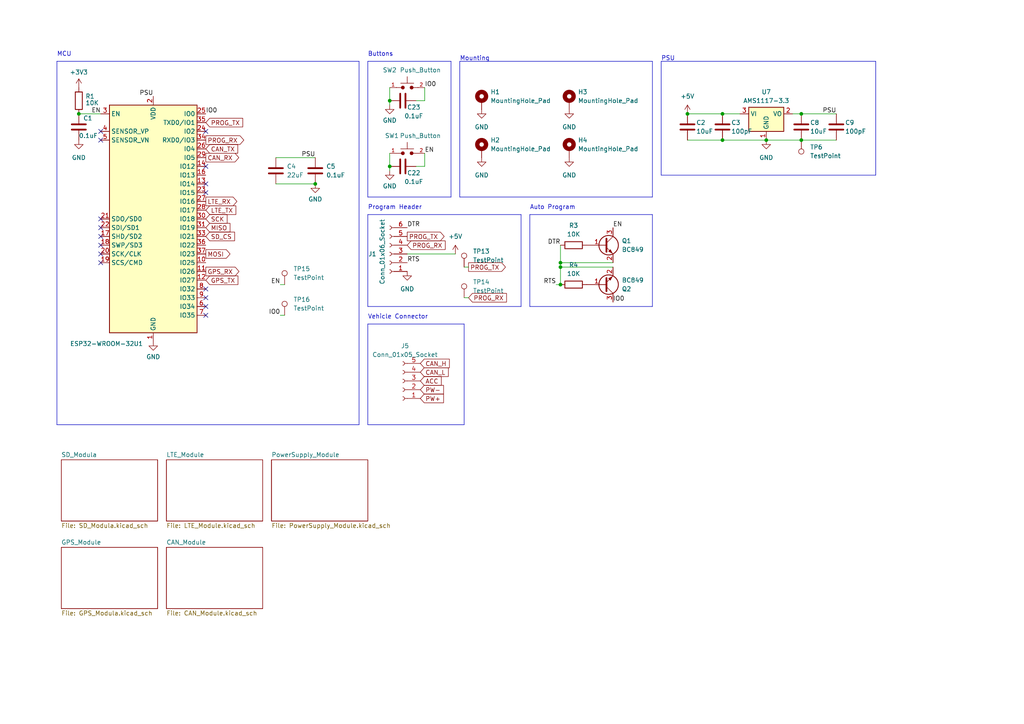
<source format=kicad_sch>
(kicad_sch (version 20231120) (generator "eeschema") (generator_version "8.0")
  (paper "A4")
  (lib_symbols
    (symbol "+5V_1" (power) (pin_numbers hide) (pin_names (offset 0) hide)
      (property "Value" "+5V" (at 0 3.556 0))
      (symbol "+5V_1_0_1"
        (polyline (pts (xy -0.762 1.27) (xy 0 2.54)))
        (polyline (pts (xy 0 0) (xy 0 2.54)))
        (polyline (pts (xy 0 2.54) (xy 0.762 1.27)))
      )
      (symbol "+5V_1_1_1"
        (pin power_in line (at 0 0 90) (length 0) (name "~") (number "1"))
      )
    )
    (symbol "Connector:Conn_01x05_Socket" (pin_names (offset 1.016) hide)
      (property "Reference" "J" (at 0 7.62 0))
      (property "Value" "Conn_01x05_Socket" (at 0 -7.62 0))
      (symbol "Conn_01x05_Socket_1_1"
        (arc (start 0 -4.572) (mid -0.5058 -5.08) (end 0 -5.588) (stroke (width 0.1524)))
        (arc (start 0 -2.032) (mid -0.5058 -2.54) (end 0 -3.048) (stroke (width 0.1524)))
        (polyline (pts (xy -1.27 -5.08) (xy -0.508 -5.08)) (stroke (width 0.1524)))
        (polyline (pts (xy -1.27 -2.54) (xy -0.508 -2.54)) (stroke (width 0.1524)))
        (polyline (pts (xy -1.27 0) (xy -0.508 0)) (stroke (width 0.1524)))
        (polyline (pts (xy -1.27 2.54) (xy -0.508 2.54)) (stroke (width 0.1524)))
        (polyline (pts (xy -1.27 5.08) (xy -0.508 5.08)) (stroke (width 0.1524)))
        (arc (start 0 0.508) (mid -0.5058 0) (end 0 -0.508) (stroke (width 0.1524)))
        (arc (start 0 3.048) (mid -0.5058 2.54) (end 0 2.032) (stroke (width 0.1524)))
        (arc (start 0 5.588) (mid -0.5058 5.08) (end 0 4.572) (stroke (width 0.1524)))
        (pin passive line (at -5.08 5.08 0) (length 3.81) (name "Pin_1") (number "1"))
        (pin passive line (at -5.08 2.54 0) (length 3.81) (name "Pin_2") (number "2"))
        (pin passive line (at -5.08 0 0) (length 3.81) (name "Pin_3") (number "3"))
        (pin passive line (at -5.08 -2.54 0) (length 3.81) (name "Pin_4") (number "4"))
        (pin passive line (at -5.08 -5.08 0) (length 3.81) (name "Pin_5") (number "5"))
      )
    )
    (symbol "Connector:Conn_01x06_Socket" (pin_names (offset 1.016) hide)
      (property "Reference" "J" (at 0 7.62 0))
      (property "Value" "Conn_01x06_Socket" (at 0 -10.16 0))
      (symbol "Conn_01x06_Socket_1_1"
        (arc (start 0 -7.112) (mid -0.5058 -7.62) (end 0 -8.128) (stroke (width 0.1524)))
        (arc (start 0 -4.572) (mid -0.5058 -5.08) (end 0 -5.588) (stroke (width 0.1524)))
        (arc (start 0 -2.032) (mid -0.5058 -2.54) (end 0 -3.048) (stroke (width 0.1524)))
        (polyline (pts (xy -1.27 -7.62) (xy -0.508 -7.62)) (stroke (width 0.1524)))
        (polyline (pts (xy -1.27 -5.08) (xy -0.508 -5.08)) (stroke (width 0.1524)))
        (polyline (pts (xy -1.27 -2.54) (xy -0.508 -2.54)) (stroke (width 0.1524)))
        (polyline (pts (xy -1.27 0) (xy -0.508 0)) (stroke (width 0.1524)))
        (polyline (pts (xy -1.27 2.54) (xy -0.508 2.54)) (stroke (width 0.1524)))
        (polyline (pts (xy -1.27 5.08) (xy -0.508 5.08)) (stroke (width 0.1524)))
        (arc (start 0 0.508) (mid -0.5058 0) (end 0 -0.508) (stroke (width 0.1524)))
        (arc (start 0 3.048) (mid -0.5058 2.54) (end 0 2.032) (stroke (width 0.1524)))
        (arc (start 0 5.588) (mid -0.5058 5.08) (end 0 4.572) (stroke (width 0.1524)))
        (pin passive line (at -5.08 5.08 0) (length 3.81) (name "Pin_1") (number "1"))
        (pin passive line (at -5.08 2.54 0) (length 3.81) (name "Pin_2") (number "2"))
        (pin passive line (at -5.08 0 0) (length 3.81) (name "Pin_3") (number "3"))
        (pin passive line (at -5.08 -2.54 0) (length 3.81) (name "Pin_4") (number "4"))
        (pin passive line (at -5.08 -5.08 0) (length 3.81) (name "Pin_5") (number "5"))
        (pin passive line (at -5.08 -7.62 0) (length 3.81) (name "Pin_6") (number "6"))
      )
    )
    (symbol "Connector:TestPoint" (pin_numbers hide) (pin_names (offset 0.762) hide)
      (property "Reference" "TP" (at 0 6.858 0))
      (property "Value" "TestPoint" (at 0 5.08 0))
      (symbol "TestPoint_0_1"
        (circle (center 0 3.302) (radius 0.762))
      )
      (symbol "TestPoint_1_1"
        (pin passive line (at 0 0 90) (length 2.54) (name "1") (number "1"))
      )
    )
    (symbol "Device:C" (pin_numbers hide) (pin_names (offset 0.254))
      (property "Reference" "C" (at 0.635 2.54 0))
      (property "Value" "C" (at 0.635 -2.54 0))
      (symbol "C_0_1"
        (polyline (pts (xy -2.032 -0.762) (xy 2.032 -0.762)) (stroke (width 0.508)))
        (polyline (pts (xy -2.032 0.762) (xy 2.032 0.762)) (stroke (width 0.508)))
      )
      (symbol "C_1_1"
        (pin passive line (at 0 3.81 270) (length 2.794) (name "~") (number "1"))
        (pin passive line (at 0 -3.81 90) (length 2.794) (name "~") (number "2"))
      )
    )
    (symbol "Device:R" (pin_numbers hide) (pin_names (offset 0))
      (property "Reference" "R" (at 2.032 0 90))
      (property "Value" "R" (at 0 0 90))
      (symbol "R_0_1"
        (rectangle (start -1.016 -2.54) (end 1.016 2.54) (stroke (width 0.254)))
      )
      (symbol "R_1_1"
        (pin passive line (at 0 3.81 270) (length 1.27) (name "~") (number "1"))
        (pin passive line (at 0 -3.81 90) (length 1.27) (name "~") (number "2"))
      )
    )
    (symbol "GND_1" (power) (pin_numbers hide) (pin_names (offset 0) hide)
      (property "Value" "GND" (at 0 -3.81 0))
      (symbol "GND_1_0_1"
        (polyline (pts (xy 0 0) (xy 0 -1.27) (xy 1.27 -1.27) (xy 0 -2.54) (xy -1.27 -1.27) (xy 0 -1.27)))
      )
      (symbol "GND_1_1_1"
        (pin power_in line (at 0 0 270) (length 0) (name "~") (number "1"))
      )
    )
    (symbol "GND_2" (power) (pin_numbers hide) (pin_names (offset 0) hide)
      (property "Value" "GND" (at 0 -3.81 0))
      (symbol "GND_2_0_1"
        (polyline (pts (xy 0 0) (xy 0 -1.27) (xy 1.27 -1.27) (xy 0 -2.54) (xy -1.27 -1.27) (xy 0 -1.27)))
      )
      (symbol "GND_2_1_1"
        (pin power_in line (at 0 0 270) (length 0) (name "~") (number "1"))
      )
    )
    (symbol "Mechanical:MountingHole_Pad" (pin_numbers hide) (pin_names (offset 1.016) hide) (exclude_from_sim yes) (in_bom no)
      (property "Reference" "H" (at 0 6.35 0))
      (property "Value" "MountingHole_Pad" (at 0 4.445 0))
      (symbol "MountingHole_Pad_0_1"
        (circle (center 0 1.27) (radius 1.27) (stroke (width 1.27)))
      )
      (symbol "MountingHole_Pad_1_1"
        (pin input line (at 0 -2.54 90) (length 2.54) (name "1") (number "1"))
      )
    )
    (symbol "PCM_SL_Devices:Push_Button"
      (property "Reference" "SW" (at 0 6.35 0))
      (property "Value" "Push_Button" (at 0 4.445 0))
      (symbol "Push_Button_0_1"
        (circle (center -1.27 0) (radius 0.4579) (fill (type outline)))
        (polyline (pts (xy -3.175 0) (xy -1.778 0)))
        (polyline (pts (xy -1.905 1.27) (xy 1.905 1.27)))
        (polyline (pts (xy 0 1.27) (xy 0 3.175)))
        (polyline (pts (xy 1.778 0) (xy 3.175 0)))
        (circle (center 1.27 0) (radius 0.4579) (fill (type outline)))
      )
      (symbol "Push_Button_1_1"
        (pin passive line (at -5.08 0 0) (length 2) (name "") (number "1"))
        (pin passive line (at 5.08 0 180) (length 2) (name "") (number "2"))
      )
    )
    (symbol "RF_Module:ESP32-WROOM-32"
      (property "Reference" "U" (at -12.7 34.29 0))
      (property "Value" "ESP32-WROOM-32" (at 1.27 34.29 0))
      (symbol "ESP32-WROOM-32_0_1"
        (rectangle (start -12.7 33.02) (end 12.7 -33.02) (stroke (width 0.254)) (fill (type background)))
      )
      (symbol "ESP32-WROOM-32_1_1"
        (pin power_in line (at 0 -35.56 90) (length 2.54) (name "GND") (number "1"))
        (pin bidirectional line (at 15.24 -12.7 180) (length 2.54) (name "IO25") (number "10"))
        (pin bidirectional line (at 15.24 -15.24 180) (length 2.54) (name "IO26") (number "11"))
        (pin bidirectional line (at 15.24 -17.78 180) (length 2.54) (name "IO27") (number "12"))
        (pin bidirectional line (at 15.24 10.16 180) (length 2.54) (name "IO14") (number "13"))
        (pin bidirectional line (at 15.24 15.24 180) (length 2.54) (name "IO12") (number "14"))
        (pin passive line (at 0 -35.56 90) (length 2.54) hide (name "GND") (number "15"))
        (pin bidirectional line (at 15.24 12.7 180) (length 2.54) (name "IO13") (number "16"))
        (pin bidirectional line (at -15.24 -5.08 0) (length 2.54) (name "SHD/SD2") (number "17"))
        (pin bidirectional line (at -15.24 -7.62 0) (length 2.54) (name "SWP/SD3") (number "18"))
        (pin bidirectional line (at -15.24 -12.7 0) (length 2.54) (name "SCS/CMD") (number "19"))
        (pin power_in line (at 0 35.56 270) (length 2.54) (name "VDD") (number "2"))
        (pin bidirectional line (at -15.24 -10.16 0) (length 2.54) (name "SCK/CLK") (number "20"))
        (pin bidirectional line (at -15.24 0 0) (length 2.54) (name "SDO/SD0") (number "21"))
        (pin bidirectional line (at -15.24 -2.54 0) (length 2.54) (name "SDI/SD1") (number "22"))
        (pin bidirectional line (at 15.24 7.62 180) (length 2.54) (name "IO15") (number "23"))
        (pin bidirectional line (at 15.24 25.4 180) (length 2.54) (name "IO2") (number "24"))
        (pin bidirectional line (at 15.24 30.48 180) (length 2.54) (name "IO0") (number "25"))
        (pin bidirectional line (at 15.24 20.32 180) (length 2.54) (name "IO4") (number "26"))
        (pin bidirectional line (at 15.24 5.08 180) (length 2.54) (name "IO16") (number "27"))
        (pin bidirectional line (at 15.24 2.54 180) (length 2.54) (name "IO17") (number "28"))
        (pin bidirectional line (at 15.24 17.78 180) (length 2.54) (name "IO5") (number "29"))
        (pin input line (at -15.24 30.48 0) (length 2.54) (name "EN") (number "3"))
        (pin bidirectional line (at 15.24 0 180) (length 2.54) (name "IO18") (number "30"))
        (pin bidirectional line (at 15.24 -2.54 180) (length 2.54) (name "IO19") (number "31"))
        (pin no_connect line (at -12.7 -27.94 0) (length 2.54) hide (name "NC") (number "32"))
        (pin bidirectional line (at 15.24 -5.08 180) (length 2.54) (name "IO21") (number "33"))
        (pin bidirectional line (at 15.24 22.86 180) (length 2.54) (name "RXD0/IO3") (number "34"))
        (pin bidirectional line (at 15.24 27.94 180) (length 2.54) (name "TXD0/IO1") (number "35"))
        (pin bidirectional line (at 15.24 -7.62 180) (length 2.54) (name "IO22") (number "36"))
        (pin bidirectional line (at 15.24 -10.16 180) (length 2.54) (name "IO23") (number "37"))
        (pin passive line (at 0 -35.56 90) (length 2.54) hide (name "GND") (number "38"))
        (pin passive line (at 0 -35.56 90) (length 2.54) hide (name "GND") (number "39"))
        (pin input line (at -15.24 25.4 0) (length 2.54) (name "SENSOR_VP") (number "4"))
        (pin input line (at -15.24 22.86 0) (length 2.54) (name "SENSOR_VN") (number "5"))
        (pin input line (at 15.24 -25.4 180) (length 2.54) (name "IO34") (number "6"))
        (pin input line (at 15.24 -27.94 180) (length 2.54) (name "IO35") (number "7"))
        (pin bidirectional line (at 15.24 -20.32 180) (length 2.54) (name "IO32") (number "8"))
        (pin bidirectional line (at 15.24 -22.86 180) (length 2.54) (name "IO33") (number "9"))
      )
    )
    (symbol "Regulator_Linear:AMS1117-3.3"
      (property "Reference" "U" (at -3.81 3.175 0))
      (property "Value" "AMS1117-3.3" (at 0 3.175 0))
      (symbol "AMS1117-3.3_0_1"
        (rectangle (start -5.08 -5.08) (end 5.08 1.905) (stroke (width 0.254)) (fill (type background)))
      )
      (symbol "AMS1117-3.3_1_1"
        (pin power_in line (at 0 -7.62 90) (length 2.54) (name "GND") (number "1"))
        (pin power_out line (at 7.62 0 180) (length 2.54) (name "VO") (number "2"))
        (pin power_in line (at -7.62 0 0) (length 2.54) (name "VI") (number "3"))
      )
    )
    (symbol "Transistor_BJT:BC849" (pin_names (offset 0) hide)
      (property "Reference" "Q" (at 5.08 1.905 0))
      (property "Value" "BC849" (at 5.08 0 0))
      (symbol "BC849_0_1"
        (polyline (pts (xy 0.635 0.635) (xy 2.54 2.54)))
        (polyline (pts (xy 0.635 -0.635) (xy 2.54 -2.54) (xy 2.54 -2.54)))
        (polyline (pts (xy 0.635 1.905) (xy 0.635 -1.905) (xy 0.635 -1.905)) (stroke (width 0.508)))
        (polyline (pts (xy 1.27 -1.778) (xy 1.778 -1.27) (xy 2.286 -2.286) (xy 1.27 -1.778) (xy 1.27 -1.778)) (fill (type outline)))
        (circle (center 1.27 0) (radius 2.8194) (stroke (width 0.254)))
      )
      (symbol "BC849_1_1"
        (pin input line (at -5.08 0 0) (length 5.715) (name "B") (number "1"))
        (pin passive line (at 2.54 -5.08 90) (length 2.54) (name "E") (number "2"))
        (pin passive line (at 2.54 5.08 270) (length 2.54) (name "C") (number "3"))
      )
    )
    (symbol "power:+3V3" (power) (pin_names (offset 0))
      (property "Value" "+3V3" (at 0 3.556 0))
      (symbol "+3V3_0_1"
        (polyline (pts (xy -0.762 1.27) (xy 0 2.54)))
        (polyline (pts (xy 0 0) (xy 0 2.54)))
        (polyline (pts (xy 0 2.54) (xy 0.762 1.27)))
      )
      (symbol "+3V3_1_1"
        (pin power_in line (at 0 0 90) (length 0) hide (name "+3V3") (number "1"))
      )
    )
    (symbol "power:+5V" (power) (pin_names (offset 0))
      (property "Value" "+5V" (at 0 3.556 0))
      (symbol "+5V_0_1"
        (polyline (pts (xy -0.762 1.27) (xy 0 2.54)))
        (polyline (pts (xy 0 0) (xy 0 2.54)))
        (polyline (pts (xy 0 2.54) (xy 0.762 1.27)))
      )
      (symbol "+5V_1_1"
        (pin power_in line (at 0 0 90) (length 0) hide (name "+5V") (number "1"))
      )
    )
    (symbol "power:GND" (power) (pin_names (offset 0))
      (property "Value" "GND" (at 0 -3.81 0))
      (symbol "GND_0_1"
        (polyline (pts (xy 0 0) (xy 0 -1.27) (xy 1.27 -1.27) (xy 0 -2.54) (xy -1.27 -1.27) (xy 0 -1.27)))
      )
      (symbol "GND_1_1"
        (pin power_in line (at 0 0 270) (length 0) hide (name "GND") (number "1"))
      )
    )
  )
  (junction (at 162.56 76.2))
  (junction (at 162.56 82.55))
  (junction (at 209.55 33.02))
  (junction (at 91.44 53.34))
  (junction (at 199.39 33.02))
  (junction (at 232.41 33.02))
  (junction (at 222.25 40.64))
  (junction (at 232.41 40.64))
  (junction (at 209.55 40.64))
  (junction (at 22.86 33.02))
  (junction (at 162.56 77.47))
  (junction (at 113.03 48.26))
  (junction (at 113.03 29.21))
  (no_connect (at 29.21 73.66))
  (no_connect (at 59.69 83.82))
  (no_connect (at 59.69 48.26))
  (no_connect (at 59.69 86.36))
  (no_connect (at 29.21 71.12))
  (no_connect (at 59.69 55.88))
  (no_connect (at 29.21 63.5))
  (no_connect (at 59.69 38.1))
  (no_connect (at 29.21 38.1))
  (no_connect (at 59.69 53.34))
  (no_connect (at 29.21 76.2))
  (no_connect (at 29.21 40.64))
  (no_connect (at 59.69 88.9))
  (no_connect (at 59.69 91.44))
  (no_connect (at 29.21 68.58))
  (no_connect (at 29.21 66.04))
  (polyline (pts (xy 16.51 123.19) (xy 104.14 123.19)) (stroke (width 0) (type solid)))
  (polyline (pts (xy 104.14 123.19) (xy 104.14 17.78)) (stroke (width 0) (type solid)))
  (wire (pts (xy 22.86 33.02) (xy 29.21 33.02)))
  (wire (pts (xy 162.56 77.47) (xy 177.8 77.47)))
  (polyline (pts (xy 106.68 17.78) (xy 106.68 57.15)) (stroke (width 0) (type solid)))
  (polyline (pts (xy 254 50.8) (xy 254 17.78)) (stroke (width 0) (type solid)))
  (polyline (pts (xy 106.68 62.23) (xy 106.68 88.9)) (stroke (width 0) (type solid)))
  (polyline (pts (xy 106.68 62.23) (xy 151.13 62.23)) (stroke (width 0) (type solid)))
  (wire (pts (xy 162.56 71.12) (xy 162.56 76.2)))
  (wire (pts (xy 81.28 91.44) (xy 82.55 91.44)))
  (polyline (pts (xy 106.68 93.98) (xy 106.68 123.19)) (stroke (width 0) (type solid)))
  (wire (pts (xy 199.39 40.64) (xy 209.55 40.64)))
  (wire (pts (xy 123.19 48.26) (xy 120.65 48.26)))
  (polyline (pts (xy 106.68 93.98) (xy 134.62 93.98)) (stroke (width 0) (type solid)))
  (polyline (pts (xy 134.62 123.19) (xy 134.62 93.98)) (stroke (width 0) (type solid)))
  (wire (pts (xy 123.19 29.21) (xy 120.65 29.21)))
  (wire (pts (xy 209.55 33.02) (xy 214.63 33.02)))
  (polyline (pts (xy 191.77 17.78) (xy 191.77 50.8)) (stroke (width 0) (type solid)))
  (wire (pts (xy 134.62 86.36) (xy 135.89 86.36)))
  (wire (pts (xy 132.08 73.66) (xy 118.11 73.66)))
  (polyline (pts (xy 133.35 17.78) (xy 133.35 57.15)) (stroke (width 0) (type solid)))
  (polyline (pts (xy 153.67 62.23) (xy 153.67 88.9)) (stroke (width 0) (type solid)))
  (polyline (pts (xy 189.23 57.15) (xy 189.23 17.78)) (stroke (width 0) (type solid)))
  (wire (pts (xy 123.19 25.4) (xy 123.19 29.21)))
  (wire (pts (xy 113.03 48.26) (xy 113.03 49.53)))
  (polyline (pts (xy 106.68 123.19) (xy 134.62 123.19)) (stroke (width 0) (type solid)))
  (polyline (pts (xy 130.81 57.15) (xy 130.81 17.78)) (stroke (width 0) (type solid)))
  (polyline (pts (xy 106.68 57.15) (xy 130.81 57.15)) (stroke (width 0) (type solid)))
  (polyline (pts (xy 106.68 88.9) (xy 151.13 88.9)) (stroke (width 0) (type solid)))
  (wire (pts (xy 229.87 33.02) (xy 232.41 33.02)))
  (wire (pts (xy 162.56 76.2) (xy 177.8 76.2)))
  (wire (pts (xy 113.03 25.4) (xy 113.03 29.21)))
  (wire (pts (xy 134.62 77.47) (xy 135.89 77.47)))
  (wire (pts (xy 199.39 33.02) (xy 209.55 33.02)))
  (polyline (pts (xy 191.77 17.78) (xy 254 17.78)) (stroke (width 0) (type solid)))
  (polyline (pts (xy 133.35 17.78) (xy 189.23 17.78)) (stroke (width 0) (type solid)))
  (polyline (pts (xy 191.77 50.8) (xy 254 50.8)) (stroke (width 0) (type solid)))
  (wire (pts (xy 113.03 29.21) (xy 113.03 30.48)))
  (wire (pts (xy 222.25 40.64) (xy 232.41 40.64)))
  (wire (pts (xy 123.19 44.45) (xy 123.19 48.26)))
  (polyline (pts (xy 16.51 17.78) (xy 104.14 17.78)) (stroke (width 0) (type solid)))
  (polyline (pts (xy 153.67 62.23) (xy 189.23 62.23)) (stroke (width 0) (type solid)))
  (wire (pts (xy 232.41 33.02) (xy 242.57 33.02)))
  (wire (pts (xy 209.55 40.64) (xy 222.25 40.64)))
  (wire (pts (xy 81.28 82.55) (xy 82.55 82.55)))
  (polyline (pts (xy 106.68 17.78) (xy 130.81 17.78)) (stroke (width 0) (type solid)))
  (wire (pts (xy 80.01 53.34) (xy 91.44 53.34)))
  (polyline (pts (xy 189.23 88.9) (xy 189.23 62.23)) (stroke (width 0) (type solid)))
  (polyline (pts (xy 153.67 88.9) (xy 189.23 88.9)) (stroke (width 0) (type solid)))
  (polyline (pts (xy 16.51 17.78) (xy 16.51 123.19)) (stroke (width 0) (type solid)))
  (wire (pts (xy 162.56 76.2) (xy 162.56 77.47)))
  (polyline (pts (xy 133.35 57.15) (xy 189.23 57.15)) (stroke (width 0) (type solid)))
  (wire (pts (xy 113.03 44.45) (xy 113.03 48.26)))
  (wire (pts (xy 162.56 77.47) (xy 162.56 82.55)))
  (wire (pts (xy 80.01 45.72) (xy 91.44 45.72)))
  (wire (pts (xy 232.41 40.64) (xy 242.57 40.64)))
  (polyline (pts (xy 151.13 88.9) (xy 151.13 62.23)) (stroke (width 0) (type solid)))
  (wire (pts (xy 161.29 82.55) (xy 162.56 82.55)))
  (text "Buttons" (at 106.68 16.51 0) (effects (font (size 1.27 1.27)) (justify left bottom)))
  (text "Auto Program" (at 153.67 60.96 0) (effects (font (size 1.27 1.27)) (justify left bottom)))
  (text "Vehicle Connector" (at 106.68 92.71 0) (effects (font (size 1.27 1.27)) (justify left bottom)))
  (text "PSU" (at 191.77 17.78 0) (effects (font (size 1.27 1.27)) (justify left bottom)))
  (text "Mounting" (at 133.35 17.78 0) (effects (font (size 1.27 1.27)) (justify left bottom)))
  (text "Program Header" (at 106.68 60.96 0) (effects (font (size 1.27 1.27)) (justify left bottom)))
  (text "MCU" (at 16.51 16.51 0) (effects (font (size 1.27 1.27)) (justify left bottom)))
  (label "IO0" (at 81.28 91.44 180))
  (label "PSU" (at 44.45 27.94 180))
  (label "RTS" (at 161.29 82.55 180))
  (label "EN" (at 81.28 82.55 180))
  (label "DTR" (at 162.56 71.12 180))
  (label "IO0" (at 59.69 33.02 0))
  (label "PSU" (at 242.57 33.02 180))
  (label "IO0" (at 123.19 25.4 0))
  (label "EN" (at 29.21 33.02 180))
  (label "DTR" (at 118.11 66.04 0))
  (label "EN" (at 123.19 44.45 0))
  (label "EN" (at 177.8 66.04 0))
  (label "IO0" (at 177.8 87.63 0))
  (label "PSU" (at 91.44 45.72 180))
  (label "RTS" (at 118.11 76.2 0))
  (global_label "PROG_RX" (shape output) (at 59.69 40.64 0) (property "Intersheetrefs" "${INTERSHEET_REFS}" (effects (hide yes))))
  (global_label "PROG_TX" (shape input) (at 59.69 35.56 0) (property "Intersheetrefs" "${INTERSHEET_REFS}" (effects (hide yes))))
  (global_label "PROG_TX" (shape output) (at 118.11 68.58 0) (property "Intersheetrefs" "${INTERSHEET_REFS}" (effects (hide yes))))
  (global_label "CAN_L" (shape input) (at 121.92 107.95 0) (property "Intersheetrefs" "${INTERSHEET_REFS}" (effects (hide yes))))
  (global_label "PROG_TX" (shape output) (at 135.89 77.47 0) (property "Intersheetrefs" "${INTERSHEET_REFS}" (effects (hide yes))))
  (global_label "CAN_H" (shape input) (at 121.92 105.41 0) (property "Intersheetrefs" "${INTERSHEET_REFS}" (effects (hide yes))))
  (global_label "LTE_RX" (shape output) (at 59.69 58.42 0) (property "Intersheetrefs" "${INTERSHEET_REFS}" (effects (hide yes))))
  (global_label "PROG_RX" (shape input) (at 135.89 86.36 0) (property "Intersheetrefs" "${INTERSHEET_REFS}" (effects (hide yes))))
  (global_label "SCK" (shape input) (at 59.69 63.5 0) (property "Intersheetrefs" "${INTERSHEET_REFS}" (effects (hide yes))))
  (global_label "PW+" (shape input) (at 121.92 115.57 0) (property "Intersheetrefs" "${INTERSHEET_REFS}" (effects (hide yes))))
  (global_label "PW-" (shape input) (at 121.92 113.03 0) (property "Intersheetrefs" "${INTERSHEET_REFS}" (effects (hide yes))))
  (global_label "LTE_TX" (shape input) (at 59.69 60.96 0) (property "Intersheetrefs" "${INTERSHEET_REFS}" (effects (hide yes))))
  (global_label "GPS_RX" (shape output) (at 59.69 78.74 0) (property "Intersheetrefs" "${INTERSHEET_REFS}" (effects (hide yes))))
  (global_label "ACC" (shape input) (at 121.92 110.49 0) (property "Intersheetrefs" "${INTERSHEET_REFS}" (effects (hide yes))))
  (global_label "CAN_TX" (shape input) (at 59.69 43.18 0) (property "Intersheetrefs" "${INTERSHEET_REFS}" (effects (hide yes))))
  (global_label "CAN_RX" (shape output) (at 59.69 45.72 0) (property "Intersheetrefs" "${INTERSHEET_REFS}" (effects (hide yes))))
  (global_label "SD_CS" (shape input) (at 59.69 68.58 0) (property "Intersheetrefs" "${INTERSHEET_REFS}" (effects (hide yes))))
  (global_label "PROG_RX" (shape input) (at 118.11 71.12 0) (property "Intersheetrefs" "${INTERSHEET_REFS}" (effects (hide yes))))
  (global_label "MOSI" (shape output) (at 59.69 73.66 0) (property "Intersheetrefs" "${INTERSHEET_REFS}" (effects (hide yes))))
  (global_label "GPS_TX" (shape input) (at 59.69 81.28 0) (property "Intersheetrefs" "${INTERSHEET_REFS}" (effects (hide yes))))
  (global_label "MISO" (shape input) (at 59.69 66.04 0) (property "Intersheetrefs" "${INTERSHEET_REFS}" (effects (hide yes))))
  (symbol (lib_id "Connector:TestPoint") (at 134.62 77.47 0) (unit 1)
    (property "Reference" "TP13" (at 137.16 72.8979 0) (effects (justify left)))
    (property "Value" "TestPoint" (at 137.16 75.4379 0) (effects (justify left)))
    (property "Footprint" "TestPoint:TestPoint_Pad_D2.5mm" (effects (hide yes)))
    (property "Description" "test point" (effects (hide yes)))
  )
  (symbol (lib_name "GND_1") (lib_id "power:GND") (at 165.1 45.72 0) (unit 1)
    (property "Reference" "#PWR033" (effects (hide yes)))
    (property "Value" "GND" (at 165.1 50.8 0))
    (property "Description" "Power symbol creates a global label with name \"GND\" , ground" (effects (hide yes)))
  )
  (symbol (lib_id "power:GND") (at 22.86 40.64 0) (unit 1)
    (property "Reference" "#PWR02" (effects (hide yes)))
    (property "Value" "GND" (at 22.86 45.72 0))
  )
  (symbol (lib_name "GND_1") (lib_id "power:GND") (at 139.7 31.75 0) (unit 1)
    (property "Reference" "#PWR026" (effects (hide yes)))
    (property "Value" "GND" (at 139.7 36.83 0))
    (property "Description" "Power symbol creates a global label with name \"GND\" , ground" (effects (hide yes)))
  )
  (symbol (lib_name "+5V_1") (lib_id "power:+5V") (at 199.39 33.02 0) (unit 1)
    (property "Reference" "#PWR022" (effects (hide yes)))
    (property "Value" "+5V" (at 199.39 27.94 0))
    (property "Description" "Power symbol creates a global label with name \"+5V\"" (effects (hide yes)))
  )
  (symbol (lib_id "Device:C") (at 22.86 36.83 0) (unit 1)
    (property "Reference" "C1" (at 24.13 34.29 0) (effects (justify left)))
    (property "Value" "0.1uF" (at 22.86 39.37 0) (effects (justify left)))
  )
  (symbol (lib_id "Mechanical:MountingHole_Pad") (at 165.1 29.21 0) (unit 1) (exclude_from_sim yes) (in_bom no)
    (property "Reference" "H3" (at 167.64 26.6699 0) (effects (justify left)))
    (property "Value" "MountingHole_Pad" (at 167.64 29.2099 0) (effects (justify left)))
    (property "Footprint" "MountingHole:MountingHole_3.2mm_M3_DIN965_Pad" (effects (hide yes)))
    (property "Description" "Mounting Hole with connection" (effects (hide yes)))
  )
  (symbol (lib_id "power:GND") (at 44.45 99.06 0) (unit 1)
    (property "Reference" "#PWR04" (effects (hide yes)))
    (property "Value" "GND" (at 44.45 103.505 0))
  )
  (symbol (lib_id "power:GND") (at 118.11 78.74 0) (unit 1)
    (property "Reference" "#PWR03" (effects (hide yes)))
    (property "Value" "GND" (at 118.11 83.82 0))
  )
  (symbol (lib_id "power:GND") (at 91.44 53.34 0) (unit 1)
    (property "Reference" "#PWR08" (effects (hide yes)))
    (property "Value" "GND" (at 91.44 57.785 0))
  )
  (symbol (lib_id "Device:C") (at 242.57 36.83 0) (unit 1)
    (property "Reference" "C9" (at 245.11 35.56 0) (effects (justify left)))
    (property "Value" "100pF" (at 245.11 38.1 0) (effects (justify left)))
    (property "Description" "Unpolarized capacitor" (effects (hide yes)))
  )
  (symbol (lib_id "Device:R") (at 166.37 82.55 90) (unit 1)
    (property "Reference" "R4" (at 166.37 76.835 90))
    (property "Value" "10K" (at 166.37 79.375 90))
    (property "Footprint" "Resistor_SMD:R_0603_1608Metric" (effects (hide yes)))
  )
  (symbol (lib_id "Device:R") (at 166.37 71.12 90) (unit 1)
    (property "Reference" "R3" (at 166.37 65.405 90))
    (property "Value" "10K" (at 166.37 67.945 90))
    (property "Footprint" "Resistor_SMD:R_0603_1608Metric" (effects (hide yes)))
  )
  (symbol (lib_id "power:+5V") (at 132.08 73.66 0) (mirror y) (unit 1)
    (property "Reference" "#PWR05" (effects (hide yes)))
    (property "Value" "+5V" (at 132.08 68.58 0))
  )
  (symbol (lib_id "power:+3V3") (at 22.86 25.4 0) (unit 1)
    (property "Reference" "#PWR01" (effects (hide yes)))
    (property "Value" "+3V3" (at 22.86 20.955 0))
  )
  (symbol (lib_id "Transistor_BJT:BC849") (at 175.26 71.12 0) (unit 1)
    (property "Reference" "Q1" (at 180.34 69.85 0) (effects (justify left)))
    (property "Value" "BC849" (at 180.34 72.39 0) (effects (justify left)))
    (property "Footprint" "Package_TO_SOT_SMD:SOT-23" (effects (hide yes)))
    (property "Datasheet" "http://www.infineon.com/dgdl/Infineon-BC847SERIES_BC848SERIES_BC849SERIES_BC850SERIES-DS-v01_01-en.pdf?fileId=db3a304314dca389011541d4630a1657" (effects (hide yes)))
  )
  (symbol (lib_id "Device:C") (at 209.55 36.83 0) (unit 1)
    (property "Reference" "C3" (at 212.09 35.56 0) (effects (justify left)))
    (property "Value" "100pF" (at 212.09 38.1 0) (effects (justify left)))
    (property "Description" "Unpolarized capacitor" (effects (hide yes)))
  )
  (symbol (lib_id "power:GND") (at 113.03 49.53 0) (unit 1)
    (property "Reference" "#PWR052" (effects (hide yes)))
    (property "Value" "GND" (at 113.03 53.975 0))
  )
  (symbol (lib_id "PCM_SL_Devices:Push_Button") (at 118.11 25.4 0) (unit 1)
    (property "Reference" "SW2" (at 113.03 20.32 0))
    (property "Value" "Push_Button" (at 121.92 20.32 0))
    (property "Footprint" "Button_Switch_THT:SW_PUSH_6mm" (effects (hide yes)))
  )
  (symbol (lib_id "power:GND") (at 113.03 30.48 0) (unit 1)
    (property "Reference" "#PWR053" (effects (hide yes)))
    (property "Value" "GND" (at 113.03 34.925 0))
  )
  (symbol (lib_id "Device:R") (at 22.86 29.21 0) (unit 1)
    (property "Reference" "R1" (at 24.765 27.94 0) (effects (justify left)))
    (property "Value" "10K" (at 24.765 29.845 0) (effects (justify left)))
    (property "Footprint" "Resistor_SMD:R_0603_1608Metric" (effects (hide yes)))
  )
  (symbol (lib_id "Connector:TestPoint") (at 232.41 40.64 180) (unit 1)
    (property "Reference" "TP6" (at 234.95 42.6719 0) (effects (justify right)))
    (property "Value" "TestPoint" (at 234.95 45.2119 0) (effects (justify right)))
    (property "Footprint" "TestPoint:TestPoint_Pad_D2.5mm" (effects (hide yes)))
    (property "Description" "test point" (effects (hide yes)))
  )
  (symbol (lib_id "Mechanical:MountingHole_Pad") (at 165.1 43.18 0) (unit 1) (exclude_from_sim yes) (in_bom no)
    (property "Reference" "H4" (at 167.64 40.6399 0) (effects (justify left)))
    (property "Value" "MountingHole_Pad" (at 167.64 43.1799 0) (effects (justify left)))
    (property "Footprint" "MountingHole:MountingHole_3.2mm_M3_DIN965_Pad" (effects (hide yes)))
    (property "Description" "Mounting Hole with connection" (effects (hide yes)))
  )
  (symbol (lib_id "Mechanical:MountingHole_Pad") (at 139.7 29.21 0) (unit 1) (exclude_from_sim yes) (in_bom no)
    (property "Reference" "H1" (at 142.24 26.6699 0) (effects (justify left)))
    (property "Value" "MountingHole_Pad" (at 142.24 29.2099 0) (effects (justify left)))
    (property "Footprint" "MountingHole:MountingHole_3.2mm_M3_DIN965_Pad" (effects (hide yes)))
    (property "Description" "Mounting Hole with connection" (effects (hide yes)))
  )
  (symbol (lib_id "Device:C") (at 116.84 29.21 90) (unit 1)
    (property "Reference" "C23" (at 120.015 31.115 90))
    (property "Value" "0.1uF" (at 120.015 33.655 90))
  )
  (symbol (lib_id "Connector:Conn_01x06_Socket") (at 113.03 73.66 180) (unit 1)
    (property "Reference" "J1" (at 109.22 73.66 0) (effects (justify left)))
    (property "Value" "Conn_01x06_Socket" (at 110.871 63.5 90) (effects (justify left)))
    (property "Footprint" "Connector_PinHeader_2.54mm:PinHeader_1x06_P2.54mm_Vertical" (effects (hide yes)))
  )
  (symbol (lib_name "GND_2") (lib_id "power:GND") (at 222.25 40.64 0) (unit 1)
    (property "Reference" "#PWR025" (effects (hide yes)))
    (property "Value" "GND" (at 222.25 45.72 0))
    (property "Description" "Power symbol creates a global label with name \"GND\" , ground" (effects (hide yes)))
  )
  (symbol (lib_name "GND_1") (lib_id "power:GND") (at 139.7 45.72 0) (unit 1)
    (property "Reference" "#PWR028" (effects (hide yes)))
    (property "Value" "GND" (at 139.7 50.8 0))
    (property "Description" "Power symbol creates a global label with name \"GND\" , ground" (effects (hide yes)))
  )
  (symbol (lib_id "Connector:TestPoint") (at 134.62 86.36 0) (unit 1)
    (property "Reference" "TP14" (at 137.16 81.7879 0) (effects (justify left)))
    (property "Value" "TestPoint" (at 137.16 84.3279 0) (effects (justify left)))
    (property "Footprint" "TestPoint:TestPoint_Pad_D2.5mm" (effects (hide yes)))
    (property "Description" "test point" (effects (hide yes)))
  )
  (symbol (lib_id "Device:C") (at 116.84 48.26 90) (unit 1)
    (property "Reference" "C22" (at 120.015 50.165 90))
    (property "Value" "0.1uF" (at 120.015 52.705 90))
  )
  (symbol (lib_name "GND_1") (lib_id "power:GND") (at 165.1 31.75 0) (unit 1)
    (property "Reference" "#PWR029" (effects (hide yes)))
    (property "Value" "GND" (at 165.1 36.83 0))
    (property "Description" "Power symbol creates a global label with name \"GND\" , ground" (effects (hide yes)))
  )
  (symbol (lib_id "RF_Module:ESP32-WROOM-32") (at 44.45 63.5 0) (unit 1)
    (property "Reference" "U1" (at 38.735 99.695 0) (effects (justify left)))
    (property "Value" "ESP32-WROOM-32" (at 20.32 99.695 0) (effects (justify left)))
    (property "Footprint" "RF_Module:ESP32-WROOM-32" (effects (hide yes)))
    (property "Datasheet" "https://www.espressif.com/sites/default/files/documentation/esp32-wroom-32_datasheet_en.pdf" (effects (hide yes)))
  )
  (symbol (lib_id "PCM_SL_Devices:Push_Button") (at 118.11 44.45 0) (unit 1)
    (property "Reference" "SW1" (at 113.665 39.37 0))
    (property "Value" "Push_Button" (at 121.92 39.37 0))
    (property "Footprint" "Button_Switch_THT:SW_PUSH_6mm" (effects (hide yes)))
  )
  (symbol (lib_id "Device:C") (at 91.44 49.53 0) (unit 1)
    (property "Reference" "C5" (at 94.615 48.26 0) (effects (justify left)))
    (property "Value" "0.1uF" (at 94.615 50.8 0) (effects (justify left)))
  )
  (symbol (lib_id "Device:C") (at 199.39 36.83 0) (unit 1)
    (property "Reference" "C2" (at 201.93 35.56 0) (effects (justify left)))
    (property "Value" "10uF" (at 201.93 38.1 0) (effects (justify left)))
    (property "Description" "Unpolarized capacitor" (effects (hide yes)))
  )
  (symbol (lib_id "Connector:TestPoint") (at 82.55 82.55 0) (unit 1)
    (property "Reference" "TP15" (at 85.09 77.9779 0) (effects (justify left)))
    (property "Value" "TestPoint" (at 85.09 80.5179 0) (effects (justify left)))
    (property "Footprint" "TestPoint:TestPoint_Pad_D2.5mm" (effects (hide yes)))
    (property "Description" "test point" (effects (hide yes)))
  )
  (symbol (lib_id "Connector:TestPoint") (at 82.55 91.44 0) (unit 1)
    (property "Reference" "TP16" (at 85.09 86.8679 0) (effects (justify left)))
    (property "Value" "TestPoint" (at 85.09 89.4079 0) (effects (justify left)))
    (property "Footprint" "TestPoint:TestPoint_Pad_D2.5mm" (effects (hide yes)))
    (property "Description" "test point" (effects (hide yes)))
  )
  (symbol (lib_id "Device:C") (at 232.41 36.83 0) (unit 1)
    (property "Reference" "C8" (at 234.95 35.56 0) (effects (justify left)))
    (property "Value" "10uF" (at 234.95 38.1 0) (effects (justify left)))
    (property "Description" "Unpolarized capacitor" (effects (hide yes)))
  )
  (symbol (lib_id "Transistor_BJT:BC849") (at 175.26 82.55 0) (mirror x) (unit 1)
    (property "Reference" "Q2" (at 180.34 83.82 0) (effects (justify left)))
    (property "Value" "BC849" (at 180.34 81.28 0) (effects (justify left)))
    (property "Footprint" "Package_TO_SOT_SMD:SOT-23" (effects (hide yes)))
    (property "Datasheet" "http://www.infineon.com/dgdl/Infineon-BC847SERIES_BC848SERIES_BC849SERIES_BC850SERIES-DS-v01_01-en.pdf?fileId=db3a304314dca389011541d4630a1657" (effects (hide yes)))
  )
  (symbol (lib_id "Mechanical:MountingHole_Pad") (at 139.7 43.18 0) (unit 1) (exclude_from_sim yes) (in_bom no)
    (property "Reference" "H2" (at 142.24 40.6399 0) (effects (justify left)))
    (property "Value" "MountingHole_Pad" (at 142.24 43.1799 0) (effects (justify left)))
    (property "Footprint" "MountingHole:MountingHole_3.2mm_M3_DIN965_Pad" (effects (hide yes)))
    (property "Description" "Mounting Hole with connection" (effects (hide yes)))
  )
  (symbol (lib_id "Regulator_Linear:AMS1117-3.3") (at 222.25 33.02 0) (unit 1)
    (property "Reference" "U7" (at 222.25 26.67 0))
    (property "Value" "AMS1117-3.3" (at 222.25 29.21 0))
    (property "Footprint" "Package_TO_SOT_SMD:SOT-223-3_TabPin2" (effects (hide yes)))
    (property "Datasheet" "http://www.advanced-monolithic.com/pdf/ds1117.pdf" (effects (hide yes)))
    (property "Description" "1A Low Dropout regulator, positive, 3.3V fixed output, SOT-223" (effects (hide yes)))
  )
  (symbol (lib_id "Device:C") (at 80.01 49.53 0) (unit 1)
    (property "Reference" "C4" (at 83.185 48.26 0) (effects (justify left)))
    (property "Value" "22uF" (at 83.185 50.8 0) (effects (justify left)))
  )
  (symbol (lib_id "Connector:Conn_01x05_Socket") (at 116.84 110.49 180) (unit 1)
    (property "Reference" "J5" (at 117.475 100.33 0))
    (property "Value" "Conn_01x05_Socket" (at 117.475 102.87 0))
    (property "Footprint" "Connector_PinHeader_1.00mm:PinHeader_1x05_P1.00mm_Vertical" (effects (hide yes)))
    (property "Description" "Generic connector, single row, 01x05, script generated" (effects (hide yes)))
  )
  (sheet (at 48.26 158.75) (size 27.94 17.78) (stroke (width 0.1524))
    (property "Sheetname" "CAN_Module" (at 48.26 158.0384 0) (effects (justify left bottom)))
    (property "Sheetfile" "CAN_Module.kicad_sch" (at 48.26 177.1146 0) (effects (justify left top)))
  )
  (sheet (at 17.78 158.75) (size 27.94 17.78) (stroke (width 0.1524))
    (property "Sheetname" "GPS_Module" (at 17.78 158.0384 0) (effects (justify left bottom)))
    (property "Sheetfile" "GPS_Modula.kicad_sch" (at 17.78 177.1146 0) (effects (justify left top)))
  )
  (sheet (at 17.78 133.35) (size 27.94 17.78) (stroke (width 0.1524))
    (property "Sheetname" "SD_Modula" (at 17.78 132.6384 0) (effects (justify left bottom)))
    (property "Sheetfile" "SD_Modula.kicad_sch" (at 17.78 151.7146 0) (effects (justify left top)))
  )
  (sheet (at 78.74 133.35) (size 27.94 17.78) (stroke (width 0.1524))
    (property "Sheetname" "PowerSupply_Module" (at 78.74 132.6384 0) (effects (justify left bottom)))
    (property "Sheetfile" "PowerSupply_Module.kicad_sch" (at 78.74 151.7146 0) (effects (justify left top)))
  )
  (sheet (at 48.26 133.35) (size 27.94 17.78) (stroke (width 0.1524))
    (property "Sheetname" "LTE_Module" (at 48.26 132.6384 0) (effects (justify left bottom)))
    (property "Sheetfile" "LTE_Module.kicad_sch" (at 48.26 151.7146 0) (effects (justify left top)))
  )
)
</source>
